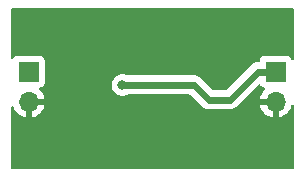
<source format=gbl>
%TF.GenerationSoftware,KiCad,Pcbnew,6.0.5-a6ca702e91~116~ubuntu20.04.1*%
%TF.CreationDate,2022-06-08T10:32:40+02:00*%
%TF.ProjectId,mini-pcb-3-to-5V-booster,6d696e69-2d70-4636-922d-332d746f2d35,rev?*%
%TF.SameCoordinates,Original*%
%TF.FileFunction,Copper,L2,Bot*%
%TF.FilePolarity,Positive*%
%FSLAX46Y46*%
G04 Gerber Fmt 4.6, Leading zero omitted, Abs format (unit mm)*
G04 Created by KiCad (PCBNEW 6.0.5-a6ca702e91~116~ubuntu20.04.1) date 2022-06-08 10:32:40*
%MOMM*%
%LPD*%
G01*
G04 APERTURE LIST*
%TA.AperFunction,ComponentPad*%
%ADD10R,1.700000X1.700000*%
%TD*%
%TA.AperFunction,ComponentPad*%
%ADD11O,1.700000X1.700000*%
%TD*%
%TA.AperFunction,ViaPad*%
%ADD12C,0.800000*%
%TD*%
%TA.AperFunction,Conductor*%
%ADD13C,0.600000*%
%TD*%
G04 APERTURE END LIST*
D10*
%TO.P,J1,1,Pin_1*%
%TO.N,BAT+*%
X94275000Y-71825000D03*
D11*
%TO.P,J1,2,Pin_2*%
%TO.N,GND*%
X94275000Y-74365000D03*
%TD*%
D10*
%TO.P,J2,1,Pin_1*%
%TO.N,VBUS*%
X115175000Y-71825000D03*
D11*
%TO.P,J2,2,Pin_2*%
%TO.N,GND*%
X115175000Y-74365000D03*
%TD*%
D12*
%TO.N,VBUS*%
X102200000Y-72950000D03*
%TO.N,GND*%
X110225000Y-72800000D03*
X106700000Y-76450000D03*
X99275000Y-75150000D03*
X110875000Y-78450000D03*
%TD*%
D13*
%TO.N,VBUS*%
X102200000Y-72950000D02*
X108250000Y-72950000D01*
X109500000Y-74200000D02*
X111300000Y-74200000D01*
X108250000Y-72950000D02*
X109500000Y-74200000D01*
X111300000Y-74200000D02*
X113675000Y-71825000D01*
X113675000Y-71825000D02*
X115175000Y-71825000D01*
%TD*%
%TA.AperFunction,Conductor*%
%TO.N,GND*%
G36*
X116683621Y-66453502D02*
G01*
X116730114Y-66507158D01*
X116741500Y-66559500D01*
X116741500Y-70742491D01*
X116721498Y-70810612D01*
X116667842Y-70857105D01*
X116597568Y-70867209D01*
X116532988Y-70837715D01*
X116497518Y-70786721D01*
X116478767Y-70736703D01*
X116475615Y-70728295D01*
X116388261Y-70611739D01*
X116271705Y-70524385D01*
X116135316Y-70473255D01*
X116073134Y-70466500D01*
X114276866Y-70466500D01*
X114214684Y-70473255D01*
X114078295Y-70524385D01*
X113961739Y-70611739D01*
X113874385Y-70728295D01*
X113823255Y-70864684D01*
X113822402Y-70872540D01*
X113818972Y-70904108D01*
X113791730Y-70969670D01*
X113733366Y-71010096D01*
X113693709Y-71016500D01*
X113684165Y-71016500D01*
X113682846Y-71016493D01*
X113592779Y-71015550D01*
X113585901Y-71017037D01*
X113585891Y-71017038D01*
X113550413Y-71024709D01*
X113537838Y-71026769D01*
X113494745Y-71031603D01*
X113463074Y-71042632D01*
X113448265Y-71046795D01*
X113422371Y-71052393D01*
X113422368Y-71052394D01*
X113415490Y-71053881D01*
X113376187Y-71072208D01*
X113364411Y-71076990D01*
X113323448Y-71091255D01*
X113317473Y-71094989D01*
X113317470Y-71094990D01*
X113295005Y-71109027D01*
X113281488Y-71116366D01*
X113257481Y-71127561D01*
X113257477Y-71127563D01*
X113251098Y-71130538D01*
X113223184Y-71152190D01*
X113216844Y-71157108D01*
X113206395Y-71164397D01*
X113169624Y-71187374D01*
X113164625Y-71192339D01*
X113164623Y-71192340D01*
X113140815Y-71215983D01*
X113140192Y-71216566D01*
X113139530Y-71217079D01*
X113113682Y-71242927D01*
X113040918Y-71315185D01*
X113040259Y-71316223D01*
X113039153Y-71317456D01*
X111002013Y-73354595D01*
X110939701Y-73388621D01*
X110912918Y-73391500D01*
X109887082Y-73391500D01*
X109818961Y-73371498D01*
X109797987Y-73354595D01*
X108828234Y-72384842D01*
X108827306Y-72383905D01*
X108769157Y-72324525D01*
X108769156Y-72324524D01*
X108764229Y-72319493D01*
X108727779Y-72296002D01*
X108717454Y-72288583D01*
X108683557Y-72261524D01*
X108653362Y-72246927D01*
X108639945Y-72239398D01*
X108611762Y-72221235D01*
X108605145Y-72218827D01*
X108605140Y-72218824D01*
X108571027Y-72206408D01*
X108559284Y-72201447D01*
X108526597Y-72185646D01*
X108526592Y-72185644D01*
X108520251Y-72182579D01*
X108513393Y-72180996D01*
X108513391Y-72180995D01*
X108487574Y-72175035D01*
X108472831Y-72170668D01*
X108441315Y-72159197D01*
X108434325Y-72158314D01*
X108434317Y-72158312D01*
X108398299Y-72153762D01*
X108385747Y-72151526D01*
X108350386Y-72143362D01*
X108350383Y-72143362D01*
X108343515Y-72141776D01*
X108336469Y-72141751D01*
X108336466Y-72141751D01*
X108302944Y-72141634D01*
X108302062Y-72141605D01*
X108301231Y-72141500D01*
X108264581Y-72141500D01*
X108264141Y-72141499D01*
X108165657Y-72141155D01*
X108165652Y-72141155D01*
X108162130Y-72141143D01*
X108160930Y-72141411D01*
X108159293Y-72141500D01*
X102644494Y-72141500D01*
X102593245Y-72130607D01*
X102488319Y-72083891D01*
X102488318Y-72083891D01*
X102482288Y-72081206D01*
X102388887Y-72061353D01*
X102301944Y-72042872D01*
X102301939Y-72042872D01*
X102295487Y-72041500D01*
X102104513Y-72041500D01*
X102098061Y-72042872D01*
X102098056Y-72042872D01*
X102011113Y-72061353D01*
X101917712Y-72081206D01*
X101911682Y-72083891D01*
X101911681Y-72083891D01*
X101749278Y-72156197D01*
X101749276Y-72156198D01*
X101743248Y-72158882D01*
X101737907Y-72162762D01*
X101737906Y-72162763D01*
X101721015Y-72175035D01*
X101588747Y-72271134D01*
X101584326Y-72276044D01*
X101584325Y-72276045D01*
X101487208Y-72383905D01*
X101460960Y-72413056D01*
X101365473Y-72578444D01*
X101306458Y-72760072D01*
X101286496Y-72950000D01*
X101287186Y-72956565D01*
X101304954Y-73125615D01*
X101306458Y-73139928D01*
X101365473Y-73321556D01*
X101460960Y-73486944D01*
X101588747Y-73628866D01*
X101743248Y-73741118D01*
X101749276Y-73743802D01*
X101749278Y-73743803D01*
X101827214Y-73778502D01*
X101917712Y-73818794D01*
X101997549Y-73835764D01*
X102098056Y-73857128D01*
X102098061Y-73857128D01*
X102104513Y-73858500D01*
X102295487Y-73858500D01*
X102301939Y-73857128D01*
X102301944Y-73857128D01*
X102402451Y-73835764D01*
X102482288Y-73818794D01*
X102593245Y-73769393D01*
X102644494Y-73758500D01*
X107862918Y-73758500D01*
X107931039Y-73778502D01*
X107952013Y-73795405D01*
X108921766Y-74765158D01*
X108922694Y-74766095D01*
X108962021Y-74806254D01*
X108985771Y-74830507D01*
X109022221Y-74853998D01*
X109032546Y-74861417D01*
X109066443Y-74888476D01*
X109072784Y-74891541D01*
X109072785Y-74891542D01*
X109096637Y-74903072D01*
X109110054Y-74910601D01*
X109138238Y-74928765D01*
X109144855Y-74931173D01*
X109144860Y-74931176D01*
X109178973Y-74943592D01*
X109190716Y-74948553D01*
X109223403Y-74964354D01*
X109223408Y-74964356D01*
X109229749Y-74967421D01*
X109236607Y-74969004D01*
X109236609Y-74969005D01*
X109262426Y-74974965D01*
X109277169Y-74979332D01*
X109308685Y-74990803D01*
X109315675Y-74991686D01*
X109315683Y-74991688D01*
X109351701Y-74996238D01*
X109364253Y-74998474D01*
X109399614Y-75006638D01*
X109399617Y-75006638D01*
X109406485Y-75008224D01*
X109413531Y-75008249D01*
X109413534Y-75008249D01*
X109447056Y-75008366D01*
X109447938Y-75008395D01*
X109448769Y-75008500D01*
X109485419Y-75008500D01*
X109485859Y-75008501D01*
X109584343Y-75008845D01*
X109584348Y-75008845D01*
X109587870Y-75008857D01*
X109589070Y-75008589D01*
X109590707Y-75008500D01*
X111290786Y-75008500D01*
X111292106Y-75008507D01*
X111382221Y-75009451D01*
X111424597Y-75000289D01*
X111437163Y-74998231D01*
X111480255Y-74993397D01*
X111486906Y-74991081D01*
X111486910Y-74991080D01*
X111511930Y-74982367D01*
X111526742Y-74978204D01*
X111552619Y-74972609D01*
X111559510Y-74971119D01*
X111598813Y-74952792D01*
X111610589Y-74948010D01*
X111651552Y-74933745D01*
X111657527Y-74930011D01*
X111657530Y-74930010D01*
X111679995Y-74915973D01*
X111693512Y-74908634D01*
X111717514Y-74897441D01*
X111717515Y-74897440D01*
X111723902Y-74894462D01*
X111735767Y-74885259D01*
X111758153Y-74867894D01*
X111768612Y-74860598D01*
X111799404Y-74841358D01*
X111799407Y-74841356D01*
X111805376Y-74837626D01*
X111834179Y-74809024D01*
X111834804Y-74808439D01*
X111835470Y-74807922D01*
X111861460Y-74781932D01*
X111934082Y-74709815D01*
X111934740Y-74708778D01*
X111935843Y-74707549D01*
X112010426Y-74632966D01*
X113843257Y-74632966D01*
X113873565Y-74767446D01*
X113876645Y-74777275D01*
X113956770Y-74974603D01*
X113961413Y-74983794D01*
X114072694Y-75165388D01*
X114078777Y-75173699D01*
X114218213Y-75334667D01*
X114225580Y-75341883D01*
X114389434Y-75477916D01*
X114397881Y-75483831D01*
X114581756Y-75591279D01*
X114591042Y-75595729D01*
X114790001Y-75671703D01*
X114799899Y-75674579D01*
X114903250Y-75695606D01*
X114917299Y-75694410D01*
X114921000Y-75684065D01*
X114921000Y-74637115D01*
X114916525Y-74621876D01*
X114915135Y-74620671D01*
X114907452Y-74619000D01*
X113858225Y-74619000D01*
X113844694Y-74622973D01*
X113843257Y-74632966D01*
X112010426Y-74632966D01*
X113706206Y-72937186D01*
X113768518Y-72903160D01*
X113839333Y-72908225D01*
X113896127Y-72950715D01*
X113961739Y-73038261D01*
X114078295Y-73125615D01*
X114086704Y-73128767D01*
X114086705Y-73128768D01*
X114195960Y-73169726D01*
X114252725Y-73212367D01*
X114277425Y-73278929D01*
X114262218Y-73348278D01*
X114242825Y-73374759D01*
X114119590Y-73503717D01*
X114113104Y-73511727D01*
X113993098Y-73687649D01*
X113988000Y-73696623D01*
X113898338Y-73889783D01*
X113894775Y-73899470D01*
X113839389Y-74099183D01*
X113840912Y-74107607D01*
X113853292Y-74111000D01*
X115303000Y-74111000D01*
X115371121Y-74131002D01*
X115417614Y-74184658D01*
X115429000Y-74237000D01*
X115429000Y-75683517D01*
X115433064Y-75697359D01*
X115446478Y-75699393D01*
X115453184Y-75698534D01*
X115463262Y-75696392D01*
X115667255Y-75635191D01*
X115676842Y-75631433D01*
X115868095Y-75537739D01*
X115876945Y-75532464D01*
X116050328Y-75408792D01*
X116058200Y-75402139D01*
X116209052Y-75251812D01*
X116215730Y-75243965D01*
X116340003Y-75071020D01*
X116345313Y-75062183D01*
X116439670Y-74871267D01*
X116443465Y-74861683D01*
X116494941Y-74692255D01*
X116533883Y-74632891D01*
X116598737Y-74604004D01*
X116668913Y-74614765D01*
X116722131Y-74661759D01*
X116741500Y-74728884D01*
X116741500Y-79965500D01*
X116721498Y-80033621D01*
X116667842Y-80080114D01*
X116615500Y-80091500D01*
X92884500Y-80091500D01*
X92816379Y-80071498D01*
X92769886Y-80017842D01*
X92758500Y-79965500D01*
X92758500Y-74885259D01*
X92778502Y-74817138D01*
X92832158Y-74770645D01*
X92902432Y-74760541D01*
X92967012Y-74790035D01*
X93001243Y-74837855D01*
X93056770Y-74974603D01*
X93061413Y-74983794D01*
X93172694Y-75165388D01*
X93178777Y-75173699D01*
X93318213Y-75334667D01*
X93325580Y-75341883D01*
X93489434Y-75477916D01*
X93497881Y-75483831D01*
X93681756Y-75591279D01*
X93691042Y-75595729D01*
X93890001Y-75671703D01*
X93899899Y-75674579D01*
X94003250Y-75695606D01*
X94017299Y-75694410D01*
X94021000Y-75684065D01*
X94021000Y-75683517D01*
X94529000Y-75683517D01*
X94533064Y-75697359D01*
X94546478Y-75699393D01*
X94553184Y-75698534D01*
X94563262Y-75696392D01*
X94767255Y-75635191D01*
X94776842Y-75631433D01*
X94968095Y-75537739D01*
X94976945Y-75532464D01*
X95150328Y-75408792D01*
X95158200Y-75402139D01*
X95309052Y-75251812D01*
X95315730Y-75243965D01*
X95440003Y-75071020D01*
X95445313Y-75062183D01*
X95539670Y-74871267D01*
X95543469Y-74861672D01*
X95605377Y-74657910D01*
X95607555Y-74647837D01*
X95608986Y-74636962D01*
X95606775Y-74622778D01*
X95593617Y-74619000D01*
X94547115Y-74619000D01*
X94531876Y-74623475D01*
X94530671Y-74624865D01*
X94529000Y-74632548D01*
X94529000Y-75683517D01*
X94021000Y-75683517D01*
X94021000Y-74237000D01*
X94041002Y-74168879D01*
X94094658Y-74122386D01*
X94147000Y-74111000D01*
X95593344Y-74111000D01*
X95606875Y-74107027D01*
X95608180Y-74097947D01*
X95566214Y-73930875D01*
X95562894Y-73921124D01*
X95477972Y-73725814D01*
X95473105Y-73716739D01*
X95357426Y-73537926D01*
X95351136Y-73529757D01*
X95207293Y-73371677D01*
X95176241Y-73307831D01*
X95184635Y-73237333D01*
X95229812Y-73182564D01*
X95256256Y-73168895D01*
X95363297Y-73128767D01*
X95371705Y-73125615D01*
X95488261Y-73038261D01*
X95575615Y-72921705D01*
X95626745Y-72785316D01*
X95633500Y-72723134D01*
X95633500Y-70926866D01*
X95626745Y-70864684D01*
X95575615Y-70728295D01*
X95488261Y-70611739D01*
X95371705Y-70524385D01*
X95235316Y-70473255D01*
X95173134Y-70466500D01*
X93376866Y-70466500D01*
X93314684Y-70473255D01*
X93178295Y-70524385D01*
X93061739Y-70611739D01*
X93056358Y-70618919D01*
X93056357Y-70618920D01*
X92985326Y-70713696D01*
X92928467Y-70756211D01*
X92857648Y-70761237D01*
X92795355Y-70727177D01*
X92761365Y-70664845D01*
X92758500Y-70638131D01*
X92758500Y-66559500D01*
X92778502Y-66491379D01*
X92832158Y-66444886D01*
X92884500Y-66433500D01*
X116615500Y-66433500D01*
X116683621Y-66453502D01*
G37*
%TD.AperFunction*%
%TD*%
M02*

</source>
